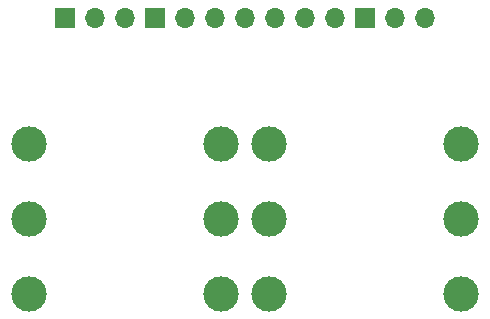
<source format=gbr>
%TF.GenerationSoftware,KiCad,Pcbnew,(6.0.0-0)*%
%TF.CreationDate,2022-03-04T21:17:09-05:00*%
%TF.ProjectId,audio-jack,61756469-6f2d-46a6-9163-6b2e6b696361,rev?*%
%TF.SameCoordinates,Original*%
%TF.FileFunction,Soldermask,Bot*%
%TF.FilePolarity,Negative*%
%FSLAX46Y46*%
G04 Gerber Fmt 4.6, Leading zero omitted, Abs format (unit mm)*
G04 Created by KiCad (PCBNEW (6.0.0-0)) date 2022-03-04 21:17:09*
%MOMM*%
%LPD*%
G01*
G04 APERTURE LIST*
%ADD10C,3.000000*%
%ADD11R,1.700000X1.700000*%
%ADD12O,1.700000X1.700000*%
G04 APERTURE END LIST*
D10*
%TO.C,J1*%
X135128000Y-76581000D03*
X118898000Y-76581000D03*
X135128000Y-82931000D03*
X118898000Y-82931000D03*
X135128000Y-70231000D03*
X118898000Y-70231000D03*
%TD*%
D11*
%TO.C,J5*%
X147320000Y-59563000D03*
D12*
X149860000Y-59563000D03*
X152400000Y-59563000D03*
%TD*%
D11*
%TO.C,J4*%
X121920000Y-59563000D03*
D12*
X124460000Y-59563000D03*
X127000000Y-59563000D03*
%TD*%
D11*
%TO.C,J2*%
X129540000Y-59563000D03*
D12*
X132080000Y-59563000D03*
X134620000Y-59563000D03*
X137160000Y-59563000D03*
X139700000Y-59563000D03*
X142240000Y-59563000D03*
X144780000Y-59563000D03*
%TD*%
D10*
%TO.C,J3*%
X155435000Y-76581000D03*
X139205000Y-76581000D03*
X155435000Y-82931000D03*
X139205000Y-82931000D03*
X155435000Y-70231000D03*
X139205000Y-70231000D03*
%TD*%
M02*

</source>
